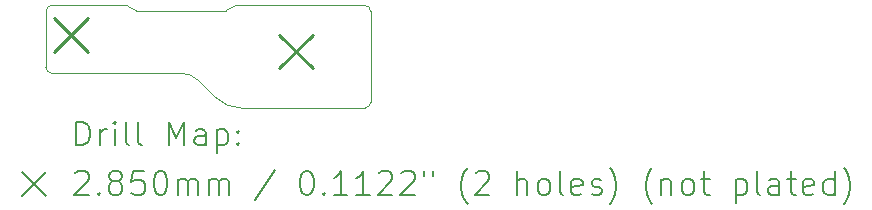
<source format=gbr>
%TF.GenerationSoftware,KiCad,Pcbnew,8.0.9*%
%TF.CreationDate,2025-07-15T23:29:25+09:00*%
%TF.ProjectId,KPUEncoderPCB,4b505545-6e63-46f6-9465-725043422e6b,rev?*%
%TF.SameCoordinates,Original*%
%TF.FileFunction,Drillmap*%
%TF.FilePolarity,Positive*%
%FSLAX45Y45*%
G04 Gerber Fmt 4.5, Leading zero omitted, Abs format (unit mm)*
G04 Created by KiCad (PCBNEW 8.0.9) date 2025-07-15 23:29:25*
%MOMM*%
%LPD*%
G01*
G04 APERTURE LIST*
%ADD10C,0.050000*%
%ADD11C,0.200000*%
%ADD12C,0.285000*%
G04 APERTURE END LIST*
D10*
X4700000Y-2000000D02*
X3608516Y-2000000D01*
X4700000Y-2000000D02*
G75*
G02*
X4750000Y-2050000I0J-50000D01*
G01*
X4750000Y-2820000D02*
X4750000Y-2050000D01*
X4750000Y-2820000D02*
G75*
G02*
X4700000Y-2870000I-50000J0D01*
G01*
X3660000Y-2870000D02*
X4700000Y-2870000D01*
X3660000Y-2870000D02*
G75*
G02*
X3430190Y-2774810I0J325001D01*
G01*
X3288959Y-2633579D02*
X3430190Y-2774810D01*
X3147538Y-2575000D02*
G75*
G02*
X3288959Y-2633579I0J-200000D01*
G01*
X2050000Y-2575000D02*
X3147538Y-2575000D01*
X2050000Y-2575000D02*
G75*
G02*
X2000000Y-2525000I0J50000D01*
G01*
X2000000Y-2050000D02*
X2000000Y-2525000D01*
X2000000Y-2050000D02*
G75*
G02*
X2050000Y-2000000I50000J0D01*
G01*
X2681484Y-2000000D02*
X2050000Y-2000000D01*
X2681484Y-2000000D02*
G75*
G02*
X2723242Y-2022500I0J-50000D01*
G01*
X2765000Y-2045000D02*
G75*
G02*
X2723242Y-2022500I0J50000D01*
G01*
X3525000Y-2045000D02*
X2765000Y-2045000D01*
X3566758Y-2022500D02*
G75*
G02*
X3525000Y-2045000I-41758J27500D01*
G01*
X3566758Y-2022500D02*
G75*
G02*
X3608516Y-2000000I41759J-27500D01*
G01*
D11*
D12*
X2072500Y-2107500D02*
X2357500Y-2392500D01*
X2357500Y-2107500D02*
X2072500Y-2392500D01*
X3977500Y-2247500D02*
X4262500Y-2532500D01*
X4262500Y-2247500D02*
X3977500Y-2532500D01*
D11*
X2258277Y-3183984D02*
X2258277Y-2983984D01*
X2258277Y-2983984D02*
X2305896Y-2983984D01*
X2305896Y-2983984D02*
X2334467Y-2993508D01*
X2334467Y-2993508D02*
X2353515Y-3012555D01*
X2353515Y-3012555D02*
X2363039Y-3031603D01*
X2363039Y-3031603D02*
X2372563Y-3069698D01*
X2372563Y-3069698D02*
X2372563Y-3098269D01*
X2372563Y-3098269D02*
X2363039Y-3136365D01*
X2363039Y-3136365D02*
X2353515Y-3155412D01*
X2353515Y-3155412D02*
X2334467Y-3174460D01*
X2334467Y-3174460D02*
X2305896Y-3183984D01*
X2305896Y-3183984D02*
X2258277Y-3183984D01*
X2458277Y-3183984D02*
X2458277Y-3050650D01*
X2458277Y-3088746D02*
X2467801Y-3069698D01*
X2467801Y-3069698D02*
X2477324Y-3060174D01*
X2477324Y-3060174D02*
X2496372Y-3050650D01*
X2496372Y-3050650D02*
X2515420Y-3050650D01*
X2582086Y-3183984D02*
X2582086Y-3050650D01*
X2582086Y-2983984D02*
X2572563Y-2993508D01*
X2572563Y-2993508D02*
X2582086Y-3003031D01*
X2582086Y-3003031D02*
X2591610Y-2993508D01*
X2591610Y-2993508D02*
X2582086Y-2983984D01*
X2582086Y-2983984D02*
X2582086Y-3003031D01*
X2705896Y-3183984D02*
X2686848Y-3174460D01*
X2686848Y-3174460D02*
X2677324Y-3155412D01*
X2677324Y-3155412D02*
X2677324Y-2983984D01*
X2810658Y-3183984D02*
X2791610Y-3174460D01*
X2791610Y-3174460D02*
X2782086Y-3155412D01*
X2782086Y-3155412D02*
X2782086Y-2983984D01*
X3039229Y-3183984D02*
X3039229Y-2983984D01*
X3039229Y-2983984D02*
X3105896Y-3126841D01*
X3105896Y-3126841D02*
X3172562Y-2983984D01*
X3172562Y-2983984D02*
X3172562Y-3183984D01*
X3353515Y-3183984D02*
X3353515Y-3079222D01*
X3353515Y-3079222D02*
X3343991Y-3060174D01*
X3343991Y-3060174D02*
X3324943Y-3050650D01*
X3324943Y-3050650D02*
X3286848Y-3050650D01*
X3286848Y-3050650D02*
X3267801Y-3060174D01*
X3353515Y-3174460D02*
X3334467Y-3183984D01*
X3334467Y-3183984D02*
X3286848Y-3183984D01*
X3286848Y-3183984D02*
X3267801Y-3174460D01*
X3267801Y-3174460D02*
X3258277Y-3155412D01*
X3258277Y-3155412D02*
X3258277Y-3136365D01*
X3258277Y-3136365D02*
X3267801Y-3117317D01*
X3267801Y-3117317D02*
X3286848Y-3107793D01*
X3286848Y-3107793D02*
X3334467Y-3107793D01*
X3334467Y-3107793D02*
X3353515Y-3098269D01*
X3448753Y-3050650D02*
X3448753Y-3250650D01*
X3448753Y-3060174D02*
X3467801Y-3050650D01*
X3467801Y-3050650D02*
X3505896Y-3050650D01*
X3505896Y-3050650D02*
X3524943Y-3060174D01*
X3524943Y-3060174D02*
X3534467Y-3069698D01*
X3534467Y-3069698D02*
X3543991Y-3088746D01*
X3543991Y-3088746D02*
X3543991Y-3145888D01*
X3543991Y-3145888D02*
X3534467Y-3164936D01*
X3534467Y-3164936D02*
X3524943Y-3174460D01*
X3524943Y-3174460D02*
X3505896Y-3183984D01*
X3505896Y-3183984D02*
X3467801Y-3183984D01*
X3467801Y-3183984D02*
X3448753Y-3174460D01*
X3629705Y-3164936D02*
X3639229Y-3174460D01*
X3639229Y-3174460D02*
X3629705Y-3183984D01*
X3629705Y-3183984D02*
X3620182Y-3174460D01*
X3620182Y-3174460D02*
X3629705Y-3164936D01*
X3629705Y-3164936D02*
X3629705Y-3183984D01*
X3629705Y-3060174D02*
X3639229Y-3069698D01*
X3639229Y-3069698D02*
X3629705Y-3079222D01*
X3629705Y-3079222D02*
X3620182Y-3069698D01*
X3620182Y-3069698D02*
X3629705Y-3060174D01*
X3629705Y-3060174D02*
X3629705Y-3079222D01*
X1797500Y-3412500D02*
X1997500Y-3612500D01*
X1997500Y-3412500D02*
X1797500Y-3612500D01*
X2248753Y-3423031D02*
X2258277Y-3413508D01*
X2258277Y-3413508D02*
X2277324Y-3403984D01*
X2277324Y-3403984D02*
X2324944Y-3403984D01*
X2324944Y-3403984D02*
X2343991Y-3413508D01*
X2343991Y-3413508D02*
X2353515Y-3423031D01*
X2353515Y-3423031D02*
X2363039Y-3442079D01*
X2363039Y-3442079D02*
X2363039Y-3461127D01*
X2363039Y-3461127D02*
X2353515Y-3489698D01*
X2353515Y-3489698D02*
X2239229Y-3603984D01*
X2239229Y-3603984D02*
X2363039Y-3603984D01*
X2448753Y-3584936D02*
X2458277Y-3594460D01*
X2458277Y-3594460D02*
X2448753Y-3603984D01*
X2448753Y-3603984D02*
X2439229Y-3594460D01*
X2439229Y-3594460D02*
X2448753Y-3584936D01*
X2448753Y-3584936D02*
X2448753Y-3603984D01*
X2572563Y-3489698D02*
X2553515Y-3480174D01*
X2553515Y-3480174D02*
X2543991Y-3470650D01*
X2543991Y-3470650D02*
X2534467Y-3451603D01*
X2534467Y-3451603D02*
X2534467Y-3442079D01*
X2534467Y-3442079D02*
X2543991Y-3423031D01*
X2543991Y-3423031D02*
X2553515Y-3413508D01*
X2553515Y-3413508D02*
X2572563Y-3403984D01*
X2572563Y-3403984D02*
X2610658Y-3403984D01*
X2610658Y-3403984D02*
X2629705Y-3413508D01*
X2629705Y-3413508D02*
X2639229Y-3423031D01*
X2639229Y-3423031D02*
X2648753Y-3442079D01*
X2648753Y-3442079D02*
X2648753Y-3451603D01*
X2648753Y-3451603D02*
X2639229Y-3470650D01*
X2639229Y-3470650D02*
X2629705Y-3480174D01*
X2629705Y-3480174D02*
X2610658Y-3489698D01*
X2610658Y-3489698D02*
X2572563Y-3489698D01*
X2572563Y-3489698D02*
X2553515Y-3499222D01*
X2553515Y-3499222D02*
X2543991Y-3508746D01*
X2543991Y-3508746D02*
X2534467Y-3527793D01*
X2534467Y-3527793D02*
X2534467Y-3565888D01*
X2534467Y-3565888D02*
X2543991Y-3584936D01*
X2543991Y-3584936D02*
X2553515Y-3594460D01*
X2553515Y-3594460D02*
X2572563Y-3603984D01*
X2572563Y-3603984D02*
X2610658Y-3603984D01*
X2610658Y-3603984D02*
X2629705Y-3594460D01*
X2629705Y-3594460D02*
X2639229Y-3584936D01*
X2639229Y-3584936D02*
X2648753Y-3565888D01*
X2648753Y-3565888D02*
X2648753Y-3527793D01*
X2648753Y-3527793D02*
X2639229Y-3508746D01*
X2639229Y-3508746D02*
X2629705Y-3499222D01*
X2629705Y-3499222D02*
X2610658Y-3489698D01*
X2829705Y-3403984D02*
X2734467Y-3403984D01*
X2734467Y-3403984D02*
X2724944Y-3499222D01*
X2724944Y-3499222D02*
X2734467Y-3489698D01*
X2734467Y-3489698D02*
X2753515Y-3480174D01*
X2753515Y-3480174D02*
X2801134Y-3480174D01*
X2801134Y-3480174D02*
X2820182Y-3489698D01*
X2820182Y-3489698D02*
X2829705Y-3499222D01*
X2829705Y-3499222D02*
X2839229Y-3518269D01*
X2839229Y-3518269D02*
X2839229Y-3565888D01*
X2839229Y-3565888D02*
X2829705Y-3584936D01*
X2829705Y-3584936D02*
X2820182Y-3594460D01*
X2820182Y-3594460D02*
X2801134Y-3603984D01*
X2801134Y-3603984D02*
X2753515Y-3603984D01*
X2753515Y-3603984D02*
X2734467Y-3594460D01*
X2734467Y-3594460D02*
X2724944Y-3584936D01*
X2963039Y-3403984D02*
X2982086Y-3403984D01*
X2982086Y-3403984D02*
X3001134Y-3413508D01*
X3001134Y-3413508D02*
X3010658Y-3423031D01*
X3010658Y-3423031D02*
X3020182Y-3442079D01*
X3020182Y-3442079D02*
X3029705Y-3480174D01*
X3029705Y-3480174D02*
X3029705Y-3527793D01*
X3029705Y-3527793D02*
X3020182Y-3565888D01*
X3020182Y-3565888D02*
X3010658Y-3584936D01*
X3010658Y-3584936D02*
X3001134Y-3594460D01*
X3001134Y-3594460D02*
X2982086Y-3603984D01*
X2982086Y-3603984D02*
X2963039Y-3603984D01*
X2963039Y-3603984D02*
X2943991Y-3594460D01*
X2943991Y-3594460D02*
X2934467Y-3584936D01*
X2934467Y-3584936D02*
X2924943Y-3565888D01*
X2924943Y-3565888D02*
X2915420Y-3527793D01*
X2915420Y-3527793D02*
X2915420Y-3480174D01*
X2915420Y-3480174D02*
X2924943Y-3442079D01*
X2924943Y-3442079D02*
X2934467Y-3423031D01*
X2934467Y-3423031D02*
X2943991Y-3413508D01*
X2943991Y-3413508D02*
X2963039Y-3403984D01*
X3115420Y-3603984D02*
X3115420Y-3470650D01*
X3115420Y-3489698D02*
X3124943Y-3480174D01*
X3124943Y-3480174D02*
X3143991Y-3470650D01*
X3143991Y-3470650D02*
X3172563Y-3470650D01*
X3172563Y-3470650D02*
X3191610Y-3480174D01*
X3191610Y-3480174D02*
X3201134Y-3499222D01*
X3201134Y-3499222D02*
X3201134Y-3603984D01*
X3201134Y-3499222D02*
X3210658Y-3480174D01*
X3210658Y-3480174D02*
X3229705Y-3470650D01*
X3229705Y-3470650D02*
X3258277Y-3470650D01*
X3258277Y-3470650D02*
X3277324Y-3480174D01*
X3277324Y-3480174D02*
X3286848Y-3499222D01*
X3286848Y-3499222D02*
X3286848Y-3603984D01*
X3382086Y-3603984D02*
X3382086Y-3470650D01*
X3382086Y-3489698D02*
X3391610Y-3480174D01*
X3391610Y-3480174D02*
X3410658Y-3470650D01*
X3410658Y-3470650D02*
X3439229Y-3470650D01*
X3439229Y-3470650D02*
X3458277Y-3480174D01*
X3458277Y-3480174D02*
X3467801Y-3499222D01*
X3467801Y-3499222D02*
X3467801Y-3603984D01*
X3467801Y-3499222D02*
X3477324Y-3480174D01*
X3477324Y-3480174D02*
X3496372Y-3470650D01*
X3496372Y-3470650D02*
X3524943Y-3470650D01*
X3524943Y-3470650D02*
X3543991Y-3480174D01*
X3543991Y-3480174D02*
X3553515Y-3499222D01*
X3553515Y-3499222D02*
X3553515Y-3603984D01*
X3943991Y-3394460D02*
X3772563Y-3651603D01*
X4201134Y-3403984D02*
X4220182Y-3403984D01*
X4220182Y-3403984D02*
X4239229Y-3413508D01*
X4239229Y-3413508D02*
X4248753Y-3423031D01*
X4248753Y-3423031D02*
X4258277Y-3442079D01*
X4258277Y-3442079D02*
X4267801Y-3480174D01*
X4267801Y-3480174D02*
X4267801Y-3527793D01*
X4267801Y-3527793D02*
X4258277Y-3565888D01*
X4258277Y-3565888D02*
X4248753Y-3584936D01*
X4248753Y-3584936D02*
X4239229Y-3594460D01*
X4239229Y-3594460D02*
X4220182Y-3603984D01*
X4220182Y-3603984D02*
X4201134Y-3603984D01*
X4201134Y-3603984D02*
X4182086Y-3594460D01*
X4182086Y-3594460D02*
X4172563Y-3584936D01*
X4172563Y-3584936D02*
X4163039Y-3565888D01*
X4163039Y-3565888D02*
X4153515Y-3527793D01*
X4153515Y-3527793D02*
X4153515Y-3480174D01*
X4153515Y-3480174D02*
X4163039Y-3442079D01*
X4163039Y-3442079D02*
X4172563Y-3423031D01*
X4172563Y-3423031D02*
X4182086Y-3413508D01*
X4182086Y-3413508D02*
X4201134Y-3403984D01*
X4353515Y-3584936D02*
X4363039Y-3594460D01*
X4363039Y-3594460D02*
X4353515Y-3603984D01*
X4353515Y-3603984D02*
X4343991Y-3594460D01*
X4343991Y-3594460D02*
X4353515Y-3584936D01*
X4353515Y-3584936D02*
X4353515Y-3603984D01*
X4553515Y-3603984D02*
X4439229Y-3603984D01*
X4496372Y-3603984D02*
X4496372Y-3403984D01*
X4496372Y-3403984D02*
X4477325Y-3432555D01*
X4477325Y-3432555D02*
X4458277Y-3451603D01*
X4458277Y-3451603D02*
X4439229Y-3461127D01*
X4743991Y-3603984D02*
X4629706Y-3603984D01*
X4686848Y-3603984D02*
X4686848Y-3403984D01*
X4686848Y-3403984D02*
X4667801Y-3432555D01*
X4667801Y-3432555D02*
X4648753Y-3451603D01*
X4648753Y-3451603D02*
X4629706Y-3461127D01*
X4820182Y-3423031D02*
X4829706Y-3413508D01*
X4829706Y-3413508D02*
X4848753Y-3403984D01*
X4848753Y-3403984D02*
X4896372Y-3403984D01*
X4896372Y-3403984D02*
X4915420Y-3413508D01*
X4915420Y-3413508D02*
X4924944Y-3423031D01*
X4924944Y-3423031D02*
X4934468Y-3442079D01*
X4934468Y-3442079D02*
X4934468Y-3461127D01*
X4934468Y-3461127D02*
X4924944Y-3489698D01*
X4924944Y-3489698D02*
X4810658Y-3603984D01*
X4810658Y-3603984D02*
X4934468Y-3603984D01*
X5010658Y-3423031D02*
X5020182Y-3413508D01*
X5020182Y-3413508D02*
X5039229Y-3403984D01*
X5039229Y-3403984D02*
X5086849Y-3403984D01*
X5086849Y-3403984D02*
X5105896Y-3413508D01*
X5105896Y-3413508D02*
X5115420Y-3423031D01*
X5115420Y-3423031D02*
X5124944Y-3442079D01*
X5124944Y-3442079D02*
X5124944Y-3461127D01*
X5124944Y-3461127D02*
X5115420Y-3489698D01*
X5115420Y-3489698D02*
X5001134Y-3603984D01*
X5001134Y-3603984D02*
X5124944Y-3603984D01*
X5201134Y-3403984D02*
X5201134Y-3442079D01*
X5277325Y-3403984D02*
X5277325Y-3442079D01*
X5572563Y-3680174D02*
X5563039Y-3670650D01*
X5563039Y-3670650D02*
X5543991Y-3642079D01*
X5543991Y-3642079D02*
X5534468Y-3623031D01*
X5534468Y-3623031D02*
X5524944Y-3594460D01*
X5524944Y-3594460D02*
X5515420Y-3546841D01*
X5515420Y-3546841D02*
X5515420Y-3508746D01*
X5515420Y-3508746D02*
X5524944Y-3461127D01*
X5524944Y-3461127D02*
X5534468Y-3432555D01*
X5534468Y-3432555D02*
X5543991Y-3413508D01*
X5543991Y-3413508D02*
X5563039Y-3384936D01*
X5563039Y-3384936D02*
X5572563Y-3375412D01*
X5639229Y-3423031D02*
X5648753Y-3413508D01*
X5648753Y-3413508D02*
X5667801Y-3403984D01*
X5667801Y-3403984D02*
X5715420Y-3403984D01*
X5715420Y-3403984D02*
X5734468Y-3413508D01*
X5734468Y-3413508D02*
X5743991Y-3423031D01*
X5743991Y-3423031D02*
X5753515Y-3442079D01*
X5753515Y-3442079D02*
X5753515Y-3461127D01*
X5753515Y-3461127D02*
X5743991Y-3489698D01*
X5743991Y-3489698D02*
X5629706Y-3603984D01*
X5629706Y-3603984D02*
X5753515Y-3603984D01*
X5991610Y-3603984D02*
X5991610Y-3403984D01*
X6077325Y-3603984D02*
X6077325Y-3499222D01*
X6077325Y-3499222D02*
X6067801Y-3480174D01*
X6067801Y-3480174D02*
X6048753Y-3470650D01*
X6048753Y-3470650D02*
X6020182Y-3470650D01*
X6020182Y-3470650D02*
X6001134Y-3480174D01*
X6001134Y-3480174D02*
X5991610Y-3489698D01*
X6201134Y-3603984D02*
X6182087Y-3594460D01*
X6182087Y-3594460D02*
X6172563Y-3584936D01*
X6172563Y-3584936D02*
X6163039Y-3565888D01*
X6163039Y-3565888D02*
X6163039Y-3508746D01*
X6163039Y-3508746D02*
X6172563Y-3489698D01*
X6172563Y-3489698D02*
X6182087Y-3480174D01*
X6182087Y-3480174D02*
X6201134Y-3470650D01*
X6201134Y-3470650D02*
X6229706Y-3470650D01*
X6229706Y-3470650D02*
X6248753Y-3480174D01*
X6248753Y-3480174D02*
X6258277Y-3489698D01*
X6258277Y-3489698D02*
X6267801Y-3508746D01*
X6267801Y-3508746D02*
X6267801Y-3565888D01*
X6267801Y-3565888D02*
X6258277Y-3584936D01*
X6258277Y-3584936D02*
X6248753Y-3594460D01*
X6248753Y-3594460D02*
X6229706Y-3603984D01*
X6229706Y-3603984D02*
X6201134Y-3603984D01*
X6382087Y-3603984D02*
X6363039Y-3594460D01*
X6363039Y-3594460D02*
X6353515Y-3575412D01*
X6353515Y-3575412D02*
X6353515Y-3403984D01*
X6534468Y-3594460D02*
X6515420Y-3603984D01*
X6515420Y-3603984D02*
X6477325Y-3603984D01*
X6477325Y-3603984D02*
X6458277Y-3594460D01*
X6458277Y-3594460D02*
X6448753Y-3575412D01*
X6448753Y-3575412D02*
X6448753Y-3499222D01*
X6448753Y-3499222D02*
X6458277Y-3480174D01*
X6458277Y-3480174D02*
X6477325Y-3470650D01*
X6477325Y-3470650D02*
X6515420Y-3470650D01*
X6515420Y-3470650D02*
X6534468Y-3480174D01*
X6534468Y-3480174D02*
X6543991Y-3499222D01*
X6543991Y-3499222D02*
X6543991Y-3518269D01*
X6543991Y-3518269D02*
X6448753Y-3537317D01*
X6620182Y-3594460D02*
X6639230Y-3603984D01*
X6639230Y-3603984D02*
X6677325Y-3603984D01*
X6677325Y-3603984D02*
X6696372Y-3594460D01*
X6696372Y-3594460D02*
X6705896Y-3575412D01*
X6705896Y-3575412D02*
X6705896Y-3565888D01*
X6705896Y-3565888D02*
X6696372Y-3546841D01*
X6696372Y-3546841D02*
X6677325Y-3537317D01*
X6677325Y-3537317D02*
X6648753Y-3537317D01*
X6648753Y-3537317D02*
X6629706Y-3527793D01*
X6629706Y-3527793D02*
X6620182Y-3508746D01*
X6620182Y-3508746D02*
X6620182Y-3499222D01*
X6620182Y-3499222D02*
X6629706Y-3480174D01*
X6629706Y-3480174D02*
X6648753Y-3470650D01*
X6648753Y-3470650D02*
X6677325Y-3470650D01*
X6677325Y-3470650D02*
X6696372Y-3480174D01*
X6772563Y-3680174D02*
X6782087Y-3670650D01*
X6782087Y-3670650D02*
X6801134Y-3642079D01*
X6801134Y-3642079D02*
X6810658Y-3623031D01*
X6810658Y-3623031D02*
X6820182Y-3594460D01*
X6820182Y-3594460D02*
X6829706Y-3546841D01*
X6829706Y-3546841D02*
X6829706Y-3508746D01*
X6829706Y-3508746D02*
X6820182Y-3461127D01*
X6820182Y-3461127D02*
X6810658Y-3432555D01*
X6810658Y-3432555D02*
X6801134Y-3413508D01*
X6801134Y-3413508D02*
X6782087Y-3384936D01*
X6782087Y-3384936D02*
X6772563Y-3375412D01*
X7134468Y-3680174D02*
X7124944Y-3670650D01*
X7124944Y-3670650D02*
X7105896Y-3642079D01*
X7105896Y-3642079D02*
X7096372Y-3623031D01*
X7096372Y-3623031D02*
X7086849Y-3594460D01*
X7086849Y-3594460D02*
X7077325Y-3546841D01*
X7077325Y-3546841D02*
X7077325Y-3508746D01*
X7077325Y-3508746D02*
X7086849Y-3461127D01*
X7086849Y-3461127D02*
X7096372Y-3432555D01*
X7096372Y-3432555D02*
X7105896Y-3413508D01*
X7105896Y-3413508D02*
X7124944Y-3384936D01*
X7124944Y-3384936D02*
X7134468Y-3375412D01*
X7210658Y-3470650D02*
X7210658Y-3603984D01*
X7210658Y-3489698D02*
X7220182Y-3480174D01*
X7220182Y-3480174D02*
X7239230Y-3470650D01*
X7239230Y-3470650D02*
X7267801Y-3470650D01*
X7267801Y-3470650D02*
X7286849Y-3480174D01*
X7286849Y-3480174D02*
X7296372Y-3499222D01*
X7296372Y-3499222D02*
X7296372Y-3603984D01*
X7420182Y-3603984D02*
X7401134Y-3594460D01*
X7401134Y-3594460D02*
X7391611Y-3584936D01*
X7391611Y-3584936D02*
X7382087Y-3565888D01*
X7382087Y-3565888D02*
X7382087Y-3508746D01*
X7382087Y-3508746D02*
X7391611Y-3489698D01*
X7391611Y-3489698D02*
X7401134Y-3480174D01*
X7401134Y-3480174D02*
X7420182Y-3470650D01*
X7420182Y-3470650D02*
X7448753Y-3470650D01*
X7448753Y-3470650D02*
X7467801Y-3480174D01*
X7467801Y-3480174D02*
X7477325Y-3489698D01*
X7477325Y-3489698D02*
X7486849Y-3508746D01*
X7486849Y-3508746D02*
X7486849Y-3565888D01*
X7486849Y-3565888D02*
X7477325Y-3584936D01*
X7477325Y-3584936D02*
X7467801Y-3594460D01*
X7467801Y-3594460D02*
X7448753Y-3603984D01*
X7448753Y-3603984D02*
X7420182Y-3603984D01*
X7543992Y-3470650D02*
X7620182Y-3470650D01*
X7572563Y-3403984D02*
X7572563Y-3575412D01*
X7572563Y-3575412D02*
X7582087Y-3594460D01*
X7582087Y-3594460D02*
X7601134Y-3603984D01*
X7601134Y-3603984D02*
X7620182Y-3603984D01*
X7839230Y-3470650D02*
X7839230Y-3670650D01*
X7839230Y-3480174D02*
X7858277Y-3470650D01*
X7858277Y-3470650D02*
X7896373Y-3470650D01*
X7896373Y-3470650D02*
X7915420Y-3480174D01*
X7915420Y-3480174D02*
X7924944Y-3489698D01*
X7924944Y-3489698D02*
X7934468Y-3508746D01*
X7934468Y-3508746D02*
X7934468Y-3565888D01*
X7934468Y-3565888D02*
X7924944Y-3584936D01*
X7924944Y-3584936D02*
X7915420Y-3594460D01*
X7915420Y-3594460D02*
X7896373Y-3603984D01*
X7896373Y-3603984D02*
X7858277Y-3603984D01*
X7858277Y-3603984D02*
X7839230Y-3594460D01*
X8048753Y-3603984D02*
X8029706Y-3594460D01*
X8029706Y-3594460D02*
X8020182Y-3575412D01*
X8020182Y-3575412D02*
X8020182Y-3403984D01*
X8210658Y-3603984D02*
X8210658Y-3499222D01*
X8210658Y-3499222D02*
X8201134Y-3480174D01*
X8201134Y-3480174D02*
X8182087Y-3470650D01*
X8182087Y-3470650D02*
X8143992Y-3470650D01*
X8143992Y-3470650D02*
X8124944Y-3480174D01*
X8210658Y-3594460D02*
X8191611Y-3603984D01*
X8191611Y-3603984D02*
X8143992Y-3603984D01*
X8143992Y-3603984D02*
X8124944Y-3594460D01*
X8124944Y-3594460D02*
X8115420Y-3575412D01*
X8115420Y-3575412D02*
X8115420Y-3556365D01*
X8115420Y-3556365D02*
X8124944Y-3537317D01*
X8124944Y-3537317D02*
X8143992Y-3527793D01*
X8143992Y-3527793D02*
X8191611Y-3527793D01*
X8191611Y-3527793D02*
X8210658Y-3518269D01*
X8277325Y-3470650D02*
X8353515Y-3470650D01*
X8305896Y-3403984D02*
X8305896Y-3575412D01*
X8305896Y-3575412D02*
X8315420Y-3594460D01*
X8315420Y-3594460D02*
X8334468Y-3603984D01*
X8334468Y-3603984D02*
X8353515Y-3603984D01*
X8496373Y-3594460D02*
X8477325Y-3603984D01*
X8477325Y-3603984D02*
X8439230Y-3603984D01*
X8439230Y-3603984D02*
X8420182Y-3594460D01*
X8420182Y-3594460D02*
X8410658Y-3575412D01*
X8410658Y-3575412D02*
X8410658Y-3499222D01*
X8410658Y-3499222D02*
X8420182Y-3480174D01*
X8420182Y-3480174D02*
X8439230Y-3470650D01*
X8439230Y-3470650D02*
X8477325Y-3470650D01*
X8477325Y-3470650D02*
X8496373Y-3480174D01*
X8496373Y-3480174D02*
X8505896Y-3499222D01*
X8505896Y-3499222D02*
X8505896Y-3518269D01*
X8505896Y-3518269D02*
X8410658Y-3537317D01*
X8677325Y-3603984D02*
X8677325Y-3403984D01*
X8677325Y-3594460D02*
X8658277Y-3603984D01*
X8658277Y-3603984D02*
X8620182Y-3603984D01*
X8620182Y-3603984D02*
X8601135Y-3594460D01*
X8601135Y-3594460D02*
X8591611Y-3584936D01*
X8591611Y-3584936D02*
X8582087Y-3565888D01*
X8582087Y-3565888D02*
X8582087Y-3508746D01*
X8582087Y-3508746D02*
X8591611Y-3489698D01*
X8591611Y-3489698D02*
X8601135Y-3480174D01*
X8601135Y-3480174D02*
X8620182Y-3470650D01*
X8620182Y-3470650D02*
X8658277Y-3470650D01*
X8658277Y-3470650D02*
X8677325Y-3480174D01*
X8753516Y-3680174D02*
X8763039Y-3670650D01*
X8763039Y-3670650D02*
X8782087Y-3642079D01*
X8782087Y-3642079D02*
X8791611Y-3623031D01*
X8791611Y-3623031D02*
X8801135Y-3594460D01*
X8801135Y-3594460D02*
X8810658Y-3546841D01*
X8810658Y-3546841D02*
X8810658Y-3508746D01*
X8810658Y-3508746D02*
X8801135Y-3461127D01*
X8801135Y-3461127D02*
X8791611Y-3432555D01*
X8791611Y-3432555D02*
X8782087Y-3413508D01*
X8782087Y-3413508D02*
X8763039Y-3384936D01*
X8763039Y-3384936D02*
X8753516Y-3375412D01*
M02*

</source>
